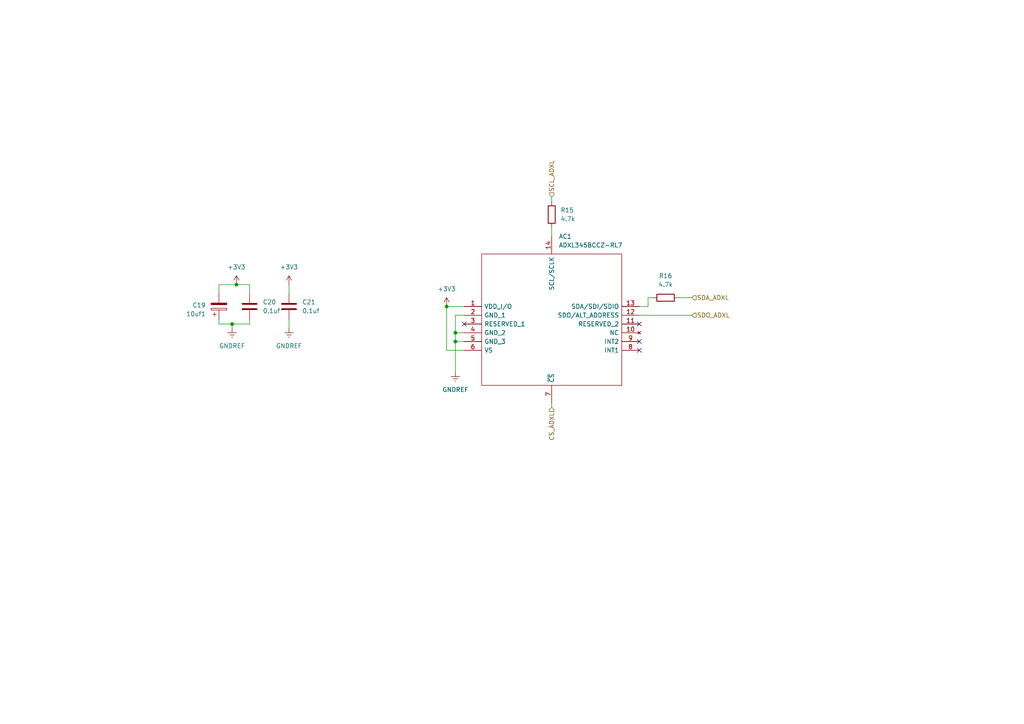
<source format=kicad_sch>
(kicad_sch (version 20211123) (generator eeschema)
  (paper "A4")
  (lib_symbols
    (symbol "Device:C" (pin_numbers hide) (pin_names (offset 0.254))
      (property "Reference" "C" (at 0.635 2.54 0))
      (property "Value" "C" (at 0.635 -2.54 0))
      (symbol "C_0_1"
        (polyline (pts (xy -2.032 -0.762) (xy 2.032 -0.762)) (stroke (width 0.508)))
        (polyline (pts (xy -2.032 0.762) (xy 2.032 0.762)) (stroke (width 0.508)))
      )
      (symbol "C_1_1"
        (pin passive line (at 0 3.81 270) (length 2.794) (name "~") (number "1"))
        (pin passive line (at 0 -3.81 90) (length 2.794) (name "~") (number "2"))
      )
    )
    (symbol "Device:C_Polarized" (pin_numbers hide) (pin_names (offset 0.254))
      (property "Reference" "C" (at 0.635 2.54 0))
      (property "Value" "C_Polarized" (at 0.635 -2.54 0))
      (symbol "C_Polarized_0_1"
        (rectangle (start -2.286 0.508) (end 2.286 1.016))
        (polyline (pts (xy -1.778 2.286) (xy -0.762 2.286)))
        (polyline (pts (xy -1.27 2.794) (xy -1.27 1.778)))
        (rectangle (start 2.286 -0.508) (end -2.286 -1.016) (fill (type outline)))
      )
      (symbol "C_Polarized_1_1"
        (pin passive line (at 0 3.81 270) (length 2.794) (name "~") (number "1"))
        (pin passive line (at 0 -3.81 90) (length 2.794) (name "~") (number "2"))
      )
    )
    (symbol "Device:R" (pin_numbers hide) (pin_names (offset 0))
      (property "Reference" "R" (at 2.032 0 90))
      (property "Value" "R" (at 0 0 90))
      (symbol "R_0_1"
        (rectangle (start -1.016 -2.54) (end 1.016 2.54) (stroke (width 0.254)))
      )
      (symbol "R_1_1"
        (pin passive line (at 0 3.81 270) (length 1.27) (name "~") (number "1"))
        (pin passive line (at 0 -3.81 90) (length 1.27) (name "~") (number "2"))
      )
    )
    (symbol "Mouser parts:ADXL345BCCZ-RL7" (pin_names (offset 0.762))
      (property "Reference" "AC" (at 46.99 20.32 0))
      (property "Value" "ADXL345BCCZ-RL7" (at 46.99 17.78 0))
      (symbol "ADXL345BCCZ-RL7_0_0"
        (pin passive line (at 0 0 0) (length 5.08) (name "VDD_I/O") (number "1"))
        (pin no_connect line (at 50.8 -7.62 180) (length 5.08) (name "NC") (number "10"))
        (pin passive line (at 50.8 -5.08 180) (length 5.08) (name "RESERVED_2") (number "11"))
        (pin passive line (at 50.8 -2.54 180) (length 5.08) (name "SDO/ALT_ADDRESS") (number "12"))
        (pin passive line (at 50.8 0 180) (length 5.08) (name "SDA/SDI/SDIO") (number "13"))
        (pin passive line (at 25.4 20.32 270) (length 5.08) (name "SCL/SCLK") (number "14"))
        (pin passive line (at 0 -2.54 0) (length 5.08) (name "GND_1") (number "2"))
        (pin passive line (at 0 -5.08 0) (length 5.08) (name "RESERVED_1") (number "3"))
        (pin passive line (at 0 -7.62 0) (length 5.08) (name "GND_2") (number "4"))
        (pin passive line (at 0 -10.16 0) (length 5.08) (name "GND_3") (number "5"))
        (pin passive line (at 0 -12.7 0) (length 5.08) (name "VS") (number "6"))
        (pin passive line (at 25.4 -27.94 90) (length 5.08) (name "~{CS}") (number "7"))
        (pin passive line (at 50.8 -12.7 180) (length 5.08) (name "INT1") (number "8"))
        (pin passive line (at 50.8 -10.16 180) (length 5.08) (name "INT2") (number "9"))
      )
      (symbol "ADXL345BCCZ-RL7_0_1"
        (polyline (pts (xy 5.08 15.24) (xy 45.72 15.24) (xy 45.72 -22.86) (xy 5.08 -22.86) (xy 5.08 15.24)) (stroke (width 0.1524)))
      )
    )
    (symbol "power:+3.3V" (power) (pin_names (offset 0))
      (property "Value" "+3.3V" (at 0 3.556 0))
      (symbol "+3.3V_0_1"
        (polyline (pts (xy -0.762 1.27) (xy 0 2.54)))
        (polyline (pts (xy 0 0) (xy 0 2.54)))
        (polyline (pts (xy 0 2.54) (xy 0.762 1.27)))
      )
      (symbol "+3.3V_1_1"
        (pin power_in line (at 0 0 90) (length 0) hide (name "+3V3") (number "1"))
      )
    )
    (symbol "power:GNDREF" (power) (pin_names (offset 0))
      (property "Value" "GNDREF" (at 0 -3.81 0))
      (symbol "GNDREF_0_1"
        (polyline (pts (xy -0.635 -1.905) (xy 0.635 -1.905)))
        (polyline (pts (xy -0.127 -2.54) (xy 0.127 -2.54)))
        (polyline (pts (xy 0 -1.27) (xy 0 0)))
        (polyline (pts (xy 1.27 -1.27) (xy -1.27 -1.27)))
      )
      (symbol "GNDREF_1_1"
        (pin power_in line (at 0 0 270) (length 0) hide (name "GNDREF") (number "1"))
      )
    )
  )
  (junction (at 132.08 96.52))
  (junction (at 129.54 88.9))
  (junction (at 67.31 93.98))
  (junction (at 132.08 99.06))
  (junction (at 68.58 82.55))
  (no_connect (at 134.62 93.98))
  (no_connect (at 185.42 101.6))
  (no_connect (at 185.42 99.06))
  (no_connect (at 185.42 93.98))
  (wire (pts (xy 132.08 96.52) (xy 132.08 99.06)))
  (wire (pts (xy 134.62 101.6) (xy 129.54 101.6)))
  (wire (pts (xy 134.62 96.52) (xy 132.08 96.52)))
  (wire (pts (xy 185.42 88.9) (xy 187.96 88.9)))
  (wire (pts (xy 196.85 86.36) (xy 200.66 86.36)))
  (wire (pts (xy 134.62 91.44) (xy 132.08 91.44)))
  (wire (pts (xy 72.39 92.71) (xy 72.39 93.98)))
  (wire (pts (xy 129.54 88.9) (xy 134.62 88.9)))
  (wire (pts (xy 132.08 107.95) (xy 132.08 99.06)))
  (wire (pts (xy 129.54 101.6) (xy 129.54 88.9)))
  (wire (pts (xy 83.82 92.71) (xy 83.82 95.25)))
  (wire (pts (xy 132.08 99.06) (xy 134.62 99.06)))
  (wire (pts (xy 63.5 85.09) (xy 63.5 82.55)))
  (wire (pts (xy 67.31 93.98) (xy 67.31 95.25)))
  (wire (pts (xy 185.42 91.44) (xy 200.66 91.44)))
  (wire (pts (xy 160.02 116.84) (xy 160.02 118.11)))
  (wire (pts (xy 67.31 93.98) (xy 72.39 93.98)))
  (wire (pts (xy 160.02 57.15) (xy 160.02 58.42)))
  (wire (pts (xy 187.96 88.9) (xy 187.96 86.36)))
  (wire (pts (xy 160.02 66.04) (xy 160.02 68.58)))
  (wire (pts (xy 63.5 82.55) (xy 68.58 82.55)))
  (wire (pts (xy 132.08 91.44) (xy 132.08 96.52)))
  (wire (pts (xy 72.39 85.09) (xy 72.39 82.55)))
  (wire (pts (xy 72.39 82.55) (xy 68.58 82.55)))
  (wire (pts (xy 187.96 86.36) (xy 189.23 86.36)))
  (wire (pts (xy 83.82 82.55) (xy 83.82 85.09)))
  (wire (pts (xy 63.5 93.98) (xy 67.31 93.98)))
  (wire (pts (xy 63.5 92.71) (xy 63.5 93.98)))
  (hierarchical_label "SCL_ADXL" (shape input) (at 160.02 57.15 90))
  (hierarchical_label "SDO_ADXL" (shape input) (at 200.66 91.44 0))
  (hierarchical_label "CS_ADXL" (shape input) (at 160.02 118.11 270))
  (hierarchical_label "SDA_ADXL" (shape input) (at 200.66 86.36 0))
  (symbol (lib_id "Device:R") (at 160.02 62.23 180) (unit 1)
    (property "Reference" "R15" (at 162.56 60.9599 0) (effects (justify right)))
    (property "Value" "4.7k" (at 162.56 63.4999 0) (effects (justify right)))
    (property "Footprint" "Resistor_SMD:R_0201_0603Metric_Pad0.64x0.40mm_HandSolder" (effects hide))
  )
  (symbol (lib_id "Device:C_Polarized") (at 63.5 88.9 0) (mirror x) (unit 1)
    (property "Reference" "C19" (at 59.69 88.5189 0) (effects (justify right)))
    (property "Value" "10uf1" (at 59.69 91.0589 0) (effects (justify right)))
    (property "Footprint" "Capacitor_SMD:C_0201_0603Metric_Pad0.64x0.40mm_HandSolder" (effects hide))
  )
  (symbol (lib_id "Mouser parts:ADXL345BCCZ-RL7") (at 134.62 88.9 0) (unit 1)
    (property "Reference" "AC1" (at 162.0394 68.58 0) (effects (justify left)))
    (property "Value" "ADXL345BCCZ-RL7" (at 162.0394 71.12 0) (effects (justify left)))
    (property "Footprint" "CC-14-1" (effects hide))
    (property "Datasheet" "https://www.analog.com/media/en/technical-documentation/data-sheets/ADXL345.pdf" (effects hide))
    (property "Description" "ADXL345BCCZ-RL7 Analog Devices, 3-Axis Accelerometer, I2C, SPI, 14-Pin LGA" (effects hide))
    (property "Manufacturer_Name" "Analog Devices" (effects hide))
    (property "Manufacturer_Part_Number" "ADXL345BCCZ-RL7" (effects hide))
    (property "Mouser Part Number" "584-ADXL345BCCZ-R7" (effects hide))
    (property "Mouser Price/Stock" "https://www.mouser.co.uk/ProductDetail/Analog-Devices/ADXL345BCCZ-RL7?qs=WIvQP4zGaninp9Gc%252BCsJzQ%3D%3D" (effects hide))
    (property "Arrow Part Number" "ADXL345BCCZ-RL7" (effects hide))
    (property "Arrow Price/Stock" "https://www.arrow.com/en/products/adxl345bccz-rl7/analog-devices?region=nac" (effects hide))
  )
  (symbol (lib_id "Device:C") (at 83.82 88.9 0) (unit 1)
    (property "Reference" "C21" (at 87.63 87.6299 0) (effects (justify left)))
    (property "Value" "0.1uf" (at 87.63 90.1699 0) (effects (justify left)))
    (property "Footprint" "Capacitor_SMD:C_0603_1608Metric_Pad1.08x0.95mm_HandSolder" (effects hide))
  )
  (symbol (lib_id "Device:C") (at 72.39 88.9 0) (unit 1)
    (property "Reference" "C20" (at 76.2 87.6299 0) (effects (justify left)))
    (property "Value" "0.1uf" (at 76.2 90.1699 0) (effects (justify left)))
    (property "Footprint" "Capacitor_SMD:C_0603_1608Metric_Pad1.08x0.95mm_HandSolder" (effects hide))
  )
  (symbol (lib_id "power:+3.3V") (at 68.58 82.55 0) (unit 1)
    (property "Reference" "#PWR053" (effects hide))
    (property "Value" "+3.3V" (at 68.58 77.47 0))
  )
  (symbol (lib_id "power:GNDREF") (at 132.08 107.95 0) (unit 1)
    (property "Reference" "#PWR057" (effects hide))
    (property "Value" "GNDREF" (at 132.08 113.03 0))
  )
  (symbol (lib_id "power:GNDREF") (at 83.82 95.25 0) (unit 1)
    (property "Reference" "#PWR055" (effects hide))
    (property "Value" "GNDREF" (at 83.82 100.33 0))
  )
  (symbol (lib_id "power:GNDREF") (at 67.31 95.25 0) (unit 1)
    (property "Reference" "#PWR052" (effects hide))
    (property "Value" "GNDREF" (at 67.31 100.33 0))
  )
  (symbol (lib_id "Device:R") (at 193.04 86.36 90) (unit 1)
    (property "Reference" "R16" (at 193.04 80.01 90))
    (property "Value" "4.7k" (at 193.04 82.55 90))
    (property "Footprint" "Resistor_SMD:R_0201_0603Metric_Pad0.64x0.40mm_HandSolder" (effects hide))
  )
  (symbol (lib_id "power:+3.3V") (at 83.82 82.55 0) (unit 1)
    (property "Reference" "#PWR054" (effects hide))
    (property "Value" "+3.3V" (at 83.82 77.47 0))
  )
  (symbol (lib_id "power:+3.3V") (at 129.54 88.9 0) (unit 1)
    (property "Reference" "#PWR056" (effects hide))
    (property "Value" "+3.3V" (at 129.54 83.82 0))
  )
)
</source>
